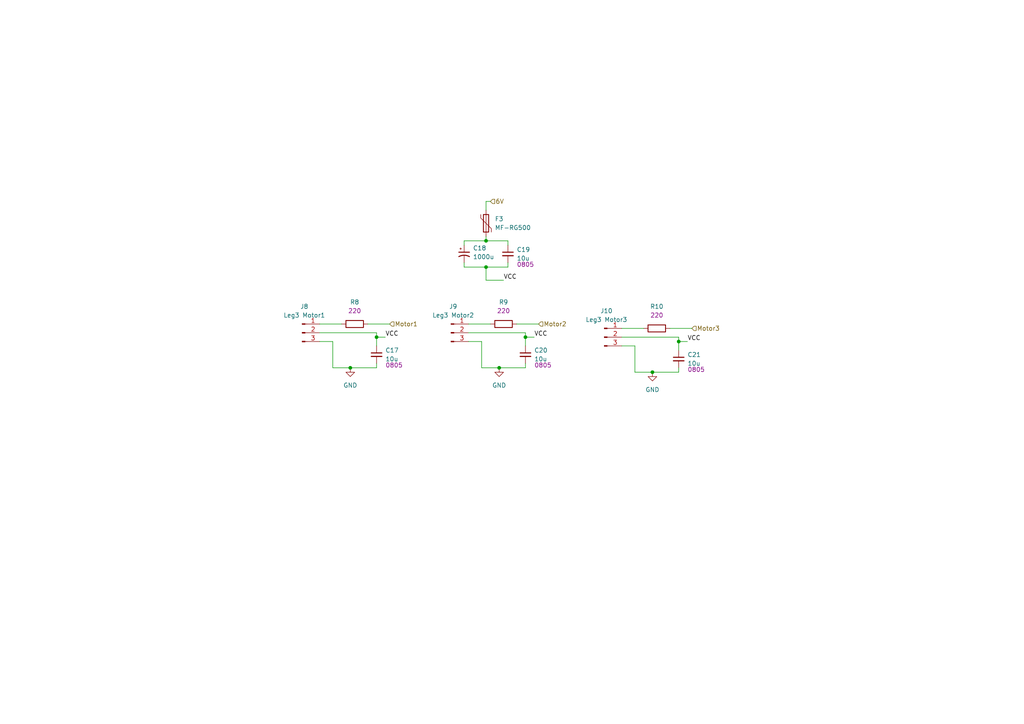
<source format=kicad_sch>
(kicad_sch (version 20250114) (generator "eeschema") (generator_version "9.0")
  (paper "A4")
  (lib_symbols
    (symbol "Connector:Conn_01x03_Pin" (pin_names (offset 1.016) (hide yes))
      (property "Reference" "J" (at 0 5.08 0))
      (property "Value" "Conn_01x03_Pin" (at 0 -5.08 0))
      (symbol "Conn_01x03_Pin_1_1"
        (rectangle (start 0.8636 2.667) (end 0 2.413) (stroke (width 0.1524)) (fill (type outline)))
        (rectangle (start 0.8636 0.127) (end 0 -0.127) (stroke (width 0.1524)) (fill (type outline)))
        (rectangle (start 0.8636 -2.413) (end 0 -2.667) (stroke (width 0.1524)) (fill (type outline)))
        (polyline (pts (xy 1.27 2.54) (xy 0.8636 2.54)) (stroke (width 0.1524)))
        (polyline (pts (xy 1.27 0) (xy 0.8636 0)) (stroke (width 0.1524)))
        (polyline (pts (xy 1.27 -2.54) (xy 0.8636 -2.54)) (stroke (width 0.1524)))
        (pin passive line (at 5.08 2.54 180) (length 3.81) (name "Pin_1") (number "1"))
        (pin passive line (at 5.08 0 180) (length 3.81) (name "Pin_2") (number "2"))
        (pin passive line (at 5.08 -2.54 180) (length 3.81) (name "Pin_3") (number "3"))
      )
    )
    (symbol "Device:C_Polarized_Small_US" (pin_numbers (hide yes)) (pin_names (offset 0.254) (hide yes))
      (property "Reference" "C" (at 0.254 1.778 0))
      (property "Value" "C_Polarized_Small_US" (at 0.254 -2.032 0))
      (symbol "C_Polarized_Small_US_0_1"
        (polyline (pts (xy -1.524 0.508) (xy 1.524 0.508)) (stroke (width 0.3048)))
        (polyline (pts (xy -1.27 1.524) (xy -0.762 1.524)))
        (polyline (pts (xy -1.016 1.27) (xy -1.016 1.778)))
        (arc (start -1.524 -0.762) (mid 0 -0.3734) (end 1.524 -0.762) (stroke (width 0.3048)))
      )
      (symbol "C_Polarized_Small_US_1_1"
        (pin passive line (at 0 2.54 270) (length 2.032) (name "~") (number "1"))
        (pin passive line (at 0 -2.54 90) (length 2.032) (name "~") (number "2"))
      )
    )
    (symbol "Device:C_Small" (pin_numbers (hide yes)) (pin_names (offset 0.254) (hide yes))
      (property "Reference" "C" (at 0.254 1.778 0))
      (property "Value" "C_Small" (at 0.254 -2.032 0))
      (symbol "C_Small_0_1"
        (polyline (pts (xy -1.524 0.508) (xy 1.524 0.508)) (stroke (width 0.3048)))
        (polyline (pts (xy -1.524 -0.508) (xy 1.524 -0.508)) (stroke (width 0.3302)))
      )
      (symbol "C_Small_1_1"
        (pin passive line (at 0 2.54 270) (length 2.032) (name "~") (number "1"))
        (pin passive line (at 0 -2.54 90) (length 2.032) (name "~") (number "2"))
      )
    )
    (symbol "Device:Polyfuse" (pin_numbers (hide yes)) (pin_names (offset 0))
      (property "Reference" "F" (at -2.54 0 90))
      (property "Value" "Polyfuse" (at 2.54 0 90))
      (symbol "Polyfuse_0_1"
        (polyline (pts (xy -1.524 2.54) (xy -1.524 1.524) (xy 1.524 -1.524) (xy 1.524 -2.54)))
        (rectangle (start -0.762 2.54) (end 0.762 -2.54) (stroke (width 0.254)))
        (polyline (pts (xy 0 2.54) (xy 0 -2.54)))
      )
      (symbol "Polyfuse_1_1"
        (pin passive line (at 0 3.81 270) (length 1.27) (name "~") (number "1"))
        (pin passive line (at 0 -3.81 90) (length 1.27) (name "~") (number "2"))
      )
    )
    (symbol "PCM_4ms_Resistor:150K_0603" (pin_numbers (hide yes)) (pin_names (offset 0))
      (property "Reference" "R" (at 2.032 0 90))
      (property "Display" "150K" (at 3.81 0 90))
      (symbol "150K_0603_0_1"
        (rectangle (start -1.016 -2.54) (end 1.016 2.54) (stroke (width 0.254)))
      )
      (symbol "150K_0603_1_1"
        (pin passive line (at 0 3.81 270) (length 1.27) (name "~") (number "1"))
        (pin passive line (at 0 -3.81 90) (length 1.27) (name "~") (number "2"))
      )
    )
    (symbol "power:GND" (power) (pin_numbers (hide yes)) (pin_names (offset 0) (hide yes))
      (property "Value" "GND" (at 0 -3.81 0))
      (symbol "GND_0_1"
        (polyline (pts (xy 0 0) (xy 0 -1.27) (xy 1.27 -1.27) (xy 0 -2.54) (xy -1.27 -1.27) (xy 0 -1.27)))
      )
      (symbol "GND_1_1"
        (pin power_in line (at 0 0 270) (length 0) (name "~") (number "1"))
      )
    )
  )
  (junction (at 109.22 97.79))
  (junction (at 140.97 69.85))
  (junction (at 189.23 107.95))
  (junction (at 144.78 106.68))
  (junction (at 152.4 97.79))
  (junction (at 196.85 99.06))
  (junction (at 140.97 77.47))
  (junction (at 101.6 106.68))
  (wire (pts (xy 92.71 93.98) (xy 99.06 93.98)))
  (wire (pts (xy 149.86 93.98) (xy 156.21 93.98)))
  (wire (pts (xy 135.89 93.98) (xy 142.24 93.98)))
  (wire (pts (xy 96.52 106.68) (xy 96.52 99.06)))
  (wire (pts (xy 134.62 69.85) (xy 140.97 69.85)))
  (wire (pts (xy 109.22 96.52) (xy 92.71 96.52)))
  (wire (pts (xy 109.22 97.79) (xy 109.22 100.33)))
  (wire (pts (xy 134.62 69.85) (xy 134.62 71.12)))
  (wire (pts (xy 140.97 69.85) (xy 147.32 69.85)))
  (wire (pts (xy 140.97 81.28) (xy 146.05 81.28)))
  (wire (pts (xy 140.97 58.42) (xy 140.97 60.96)))
  (wire (pts (xy 196.85 97.79) (xy 180.34 97.79)))
  (wire (pts (xy 109.22 105.41) (xy 109.22 106.68)))
  (wire (pts (xy 196.85 99.06) (xy 196.85 101.6)))
  (wire (pts (xy 196.85 106.68) (xy 196.85 107.95)))
  (wire (pts (xy 106.68 93.98) (xy 113.03 93.98)))
  (wire (pts (xy 134.62 76.2) (xy 134.62 77.47)))
  (wire (pts (xy 180.34 95.25) (xy 186.69 95.25)))
  (wire (pts (xy 152.4 105.41) (xy 152.4 106.68)))
  (wire (pts (xy 96.52 106.68) (xy 101.6 106.68)))
  (wire (pts (xy 184.15 107.95) (xy 189.23 107.95)))
  (wire (pts (xy 152.4 97.79) (xy 154.94 97.79)))
  (wire (pts (xy 109.22 96.52) (xy 109.22 97.79)))
  (wire (pts (xy 147.32 77.47) (xy 147.32 76.2)))
  (wire (pts (xy 96.52 99.06) (xy 92.71 99.06)))
  (wire (pts (xy 139.7 106.68) (xy 144.78 106.68)))
  (wire (pts (xy 196.85 97.79) (xy 196.85 99.06)))
  (wire (pts (xy 194.31 95.25) (xy 200.66 95.25)))
  (wire (pts (xy 147.32 69.85) (xy 147.32 71.12)))
  (wire (pts (xy 152.4 96.52) (xy 135.89 96.52)))
  (wire (pts (xy 189.23 107.95) (xy 196.85 107.95)))
  (wire (pts (xy 144.78 106.68) (xy 152.4 106.68)))
  (wire (pts (xy 142.24 58.42) (xy 140.97 58.42)))
  (wire (pts (xy 140.97 77.47) (xy 147.32 77.47)))
  (wire (pts (xy 140.97 77.47) (xy 140.97 81.28)))
  (wire (pts (xy 109.22 97.79) (xy 111.76 97.79)))
  (wire (pts (xy 101.6 106.68) (xy 109.22 106.68)))
  (wire (pts (xy 152.4 96.52) (xy 152.4 97.79)))
  (wire (pts (xy 184.15 100.33) (xy 180.34 100.33)))
  (wire (pts (xy 139.7 99.06) (xy 135.89 99.06)))
  (wire (pts (xy 184.15 107.95) (xy 184.15 100.33)))
  (wire (pts (xy 152.4 97.79) (xy 152.4 100.33)))
  (wire (pts (xy 196.85 99.06) (xy 199.39 99.06)))
  (wire (pts (xy 139.7 106.68) (xy 139.7 99.06)))
  (wire (pts (xy 134.62 77.47) (xy 140.97 77.47)))
  (wire (pts (xy 140.97 68.58) (xy 140.97 69.85)))
  (label "VCC" (at 199.39 99.06 0))
  (label "VCC" (at 154.94 97.79 0))
  (label "VCC" (at 111.76 97.79 0))
  (label "VCC" (at 146.05 81.28 0))
  (hierarchical_label "Motor1" (shape input) (at 113.03 93.98 0))
  (hierarchical_label "6V" (shape input) (at 142.24 58.42 0))
  (hierarchical_label "Motor2" (shape input) (at 156.21 93.98 0))
  (hierarchical_label "Motor3" (shape input) (at 200.66 95.25 0))
  (symbol (lib_id "Device:C_Small") (at 147.32 73.66 0) (unit 1)
    (property "Reference" "C19" (at 149.86 72.3962 0) (effects (justify left)))
    (property "Value" "10u" (at 149.86 74.9362 0) (effects (justify left)))
    (property "Footprint" "Capacitor_SMD:C_0805_2012Metric_Pad1.18x1.45mm_HandSolder" (effects (hide yes)))
    (property "Description" "0805" (at 152.4 76.708 0))
  )
  (symbol (lib_id "Connector:Conn_01x03_Pin") (at 175.26 97.79 0) (unit 1)
    (property "Reference" "J10" (at 175.895 90.17 0))
    (property "Value" "Leg3 Motor3" (at 175.895 92.71 0))
    (property "Footprint" "Connector_PinHeader_2.54mm:PinHeader_1x03_P2.54mm_Vertical" (effects (hide yes)))
    (property "Description" "Generic connector, single row, 01x03, script generated" (effects (hide yes)))
  )
  (symbol (lib_id "PCM_4ms_Resistor:150K_0603") (at 146.05 93.98 90) (unit 1)
    (property "Reference" "R9" (at 146.05 87.63 90))
    (property "Value" "150K_0603" (effects (hide yes)))
    (property "Footprint" "PCM_4ms_Resistor:R_0805_2012Metric" (effects (hide yes)))
    (property "Description" "150K, 1%, 1/10W, 0603" (effects (hide yes)))
    (property "Specifications" "150K, 1%, 1/10W, 0603" (effects (hide yes)))
    (property "Manufacturer" "Yageo" (effects (hide yes)))
    (property "Part Number" "RC0603FR-07150KL" (effects (hide yes)))
    (property "Display" "220" (at 146.05 90.17 90))
    (property "JLCPCB ID" "C22807" (effects (hide yes)))
  )
  (symbol (lib_id "Device:C_Small") (at 152.4 102.87 0) (unit 1)
    (property "Reference" "C20" (at 154.94 101.6062 0) (effects (justify left)))
    (property "Value" "10u" (at 154.94 104.1462 0) (effects (justify left)))
    (property "Footprint" "Capacitor_SMD:C_0805_2012Metric_Pad1.18x1.45mm_HandSolder" (effects (hide yes)))
    (property "Description" "0805" (at 157.48 105.918 0))
  )
  (symbol (lib_id "Connector:Conn_01x03_Pin") (at 87.63 96.52 0) (unit 1)
    (property "Reference" "J8" (at 88.265 88.9 0))
    (property "Value" "Leg3 Motor1" (at 88.265 91.44 0))
    (property "Footprint" "Connector_PinHeader_2.54mm:PinHeader_1x03_P2.54mm_Vertical" (effects (hide yes)))
    (property "Description" "Generic connector, single row, 01x03, script generated" (effects (hide yes)))
  )
  (symbol (lib_id "Device:C_Small") (at 196.85 104.14 0) (unit 1)
    (property "Reference" "C21" (at 199.39 102.8762 0) (effects (justify left)))
    (property "Value" "10u" (at 199.39 105.4162 0) (effects (justify left)))
    (property "Footprint" "Capacitor_SMD:C_0805_2012Metric_Pad1.18x1.45mm_HandSolder" (effects (hide yes)))
    (property "Description" "0805" (at 201.93 107.188 0))
  )
  (symbol (lib_id "PCM_4ms_Resistor:150K_0603") (at 190.5 95.25 90) (unit 1)
    (property "Reference" "R10" (at 190.5 88.9 90))
    (property "Value" "150K_0603" (effects (hide yes)))
    (property "Footprint" "PCM_4ms_Resistor:R_0805_2012Metric" (effects (hide yes)))
    (property "Description" "150K, 1%, 1/10W, 0603" (effects (hide yes)))
    (property "Specifications" "150K, 1%, 1/10W, 0603" (effects (hide yes)))
    (property "Manufacturer" "Yageo" (effects (hide yes)))
    (property "Part Number" "RC0603FR-07150KL" (effects (hide yes)))
    (property "Display" "220" (at 190.5 91.44 90))
    (property "JLCPCB ID" "C22807" (effects (hide yes)))
  )
  (symbol (lib_id "Device:C_Polarized_Small_US") (at 134.62 73.66 0) (unit 1)
    (property "Reference" "C18" (at 137.16 71.9581 0) (effects (justify left)))
    (property "Value" "1000u" (at 137.16 74.4981 0) (effects (justify left)))
    (property "Footprint" "Capacitor_SMD:CP_Elec_10x10" (effects (hide yes)))
    (property "Description" "Polarized capacitor, small US symbol" (effects (hide yes)))
  )
  (symbol (lib_id "PCM_4ms_Resistor:150K_0603") (at 102.87 93.98 90) (unit 1)
    (property "Reference" "R8" (at 102.87 87.63 90))
    (property "Value" "150K_0603" (effects (hide yes)))
    (property "Footprint" "PCM_4ms_Resistor:R_0805_2012Metric" (effects (hide yes)))
    (property "Description" "150K, 1%, 1/10W, 0603" (effects (hide yes)))
    (property "Specifications" "150K, 1%, 1/10W, 0603" (effects (hide yes)))
    (property "Manufacturer" "Yageo" (effects (hide yes)))
    (property "Part Number" "RC0603FR-07150KL" (effects (hide yes)))
    (property "Display" "220" (at 102.87 90.17 90))
    (property "JLCPCB ID" "C22807" (effects (hide yes)))
  )
  (symbol (lib_id "power:GND") (at 101.6 106.68 0) (unit 1)
    (property "Reference" "#PWR036" (effects (hide yes)))
    (property "Value" "GND" (at 101.6 111.76 0))
    (property "Description" "Power symbol creates a global label with name \"GND\" , ground" (effects (hide yes)))
  )
  (symbol (lib_id "power:GND") (at 189.23 107.95 0) (unit 1)
    (property "Reference" "#PWR038" (effects (hide yes)))
    (property "Value" "GND" (at 189.23 113.03 0))
    (property "Description" "Power symbol creates a global label with name \"GND\" , ground" (effects (hide yes)))
  )
  (symbol (lib_id "Device:Polyfuse") (at 140.97 64.77 0) (unit 1)
    (property "Reference" "F3" (at 143.51 63.4999 0) (effects (justify left)))
    (property "Value" "MF-RG500" (at 143.51 66.0399 0) (effects (justify left)))
    (property "Footprint" "Fuse:Fuse_Bourns_MF-RG500" (effects (hide yes)))
    (property "Description" "Resettable fuse, polymeric positive temperature coefficient" (effects (hide yes)))
  )
  (symbol (lib_id "Device:C_Small") (at 109.22 102.87 0) (unit 1)
    (property "Reference" "C17" (at 111.76 101.6062 0) (effects (justify left)))
    (property "Value" "10u" (at 111.76 104.1462 0) (effects (justify left)))
    (property "Footprint" "Capacitor_SMD:C_0805_2012Metric_Pad1.18x1.45mm_HandSolder" (effects (hide yes)))
    (property "Description" "0805" (at 114.3 105.918 0))
  )
  (symbol (lib_id "Connector:Conn_01x03_Pin") (at 130.81 96.52 0) (unit 1)
    (property "Reference" "J9" (at 131.445 88.9 0))
    (property "Value" "Leg3 Motor2" (at 131.445 91.44 0))
    (property "Footprint" "Connector_PinHeader_2.54mm:PinHeader_1x03_P2.54mm_Vertical" (effects (hide yes)))
    (property "Description" "Generic connector, single row, 01x03, script generated" (effects (hide yes)))
  )
  (symbol (lib_id "power:GND") (at 144.78 106.68 0) (unit 1)
    (property "Reference" "#PWR037" (effects (hide yes)))
    (property "Value" "GND" (at 144.78 111.76 0))
    (property "Description" "Power symbol creates a global label with name \"GND\" , ground" (effects (hide yes)))
  )
)
</source>
